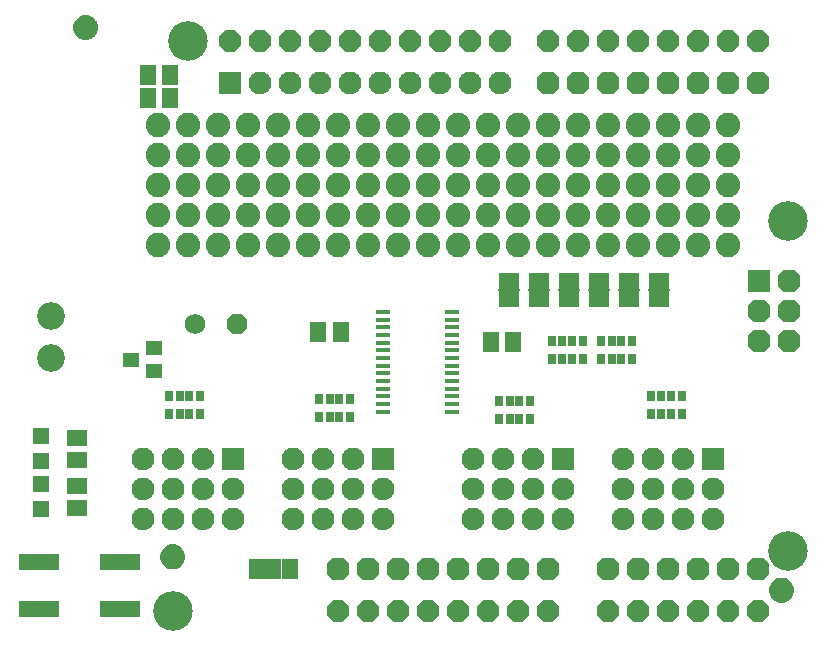
<source format=gbr>
G04 EAGLE Gerber RS-274X export*
G75*
%MOMM*%
%FSLAX34Y34*%
%LPD*%
%INSoldermask Top*%
%IPPOS*%
%AMOC8*
5,1,8,0,0,1.08239X$1,22.5*%
G01*
%ADD10C,3.352400*%
%ADD11R,1.143000X0.457200*%
%ADD12R,1.752600X1.320800*%
%ADD13R,1.828800X0.152400*%
%ADD14R,1.452400X1.652400*%
%ADD15C,2.336800*%
%ADD16R,1.422400X1.152400*%
%ADD17R,1.352400X1.352400*%
%ADD18R,1.652400X1.452400*%
%ADD19P,1.896997X8X22.500000*%
%ADD20C,1.752600*%
%ADD21R,1.930400X1.930400*%
%ADD22C,1.930400*%
%ADD23R,0.802400X0.952400*%
%ADD24R,0.652400X0.952400*%
%ADD25P,1.979475X8X22.500000*%
%ADD26P,2.089446X8X22.500000*%
%ADD27P,2.089446X8X292.500000*%
%ADD28P,2.089446X8X112.500000*%
%ADD29R,1.320800X1.752600*%
%ADD30R,3.352400X1.352400*%
%ADD31C,2.082800*%

G36*
X67822Y508680D02*
X67822Y508680D01*
X67865Y508692D01*
X67931Y508699D01*
X69614Y509150D01*
X69655Y509169D01*
X69718Y509188D01*
X71298Y509925D01*
X71335Y509951D01*
X71394Y509980D01*
X72822Y510980D01*
X72853Y511012D01*
X72906Y511051D01*
X74139Y512284D01*
X74164Y512320D01*
X74210Y512368D01*
X75210Y513796D01*
X75228Y513837D01*
X75265Y513892D01*
X76002Y515472D01*
X76013Y515515D01*
X76040Y515576D01*
X76491Y517259D01*
X76493Y517291D01*
X76500Y517312D01*
X76500Y517327D01*
X76510Y517368D01*
X76662Y519105D01*
X76658Y519149D01*
X76662Y519215D01*
X76510Y520952D01*
X76498Y520995D01*
X76491Y521061D01*
X76040Y522744D01*
X76021Y522785D01*
X76002Y522848D01*
X75265Y524428D01*
X75239Y524465D01*
X75210Y524524D01*
X74210Y525952D01*
X74178Y525983D01*
X74139Y526036D01*
X72906Y527269D01*
X72870Y527294D01*
X72822Y527340D01*
X71394Y528340D01*
X71353Y528358D01*
X71298Y528395D01*
X69718Y529132D01*
X69675Y529143D01*
X69614Y529170D01*
X67931Y529621D01*
X67886Y529624D01*
X67822Y529640D01*
X66085Y529792D01*
X66041Y529788D01*
X65975Y529792D01*
X64238Y529640D01*
X64195Y529628D01*
X64129Y529621D01*
X62446Y529170D01*
X62405Y529151D01*
X62342Y529132D01*
X60762Y528395D01*
X60725Y528369D01*
X60666Y528340D01*
X59238Y527340D01*
X59207Y527308D01*
X59154Y527269D01*
X57921Y526036D01*
X57896Y526000D01*
X57850Y525952D01*
X56850Y524524D01*
X56832Y524483D01*
X56795Y524428D01*
X56058Y522848D01*
X56047Y522805D01*
X56020Y522744D01*
X55569Y521061D01*
X55566Y521016D01*
X55550Y520952D01*
X55398Y519215D01*
X55402Y519171D01*
X55398Y519105D01*
X55550Y517368D01*
X55562Y517325D01*
X55566Y517291D01*
X55566Y517275D01*
X55568Y517270D01*
X55569Y517259D01*
X56020Y515576D01*
X56039Y515535D01*
X56058Y515472D01*
X56795Y513892D01*
X56821Y513855D01*
X56850Y513796D01*
X57850Y512368D01*
X57882Y512337D01*
X57921Y512284D01*
X59154Y511051D01*
X59190Y511026D01*
X59238Y510980D01*
X60666Y509980D01*
X60707Y509962D01*
X60762Y509925D01*
X62342Y509188D01*
X62385Y509177D01*
X62446Y509150D01*
X64129Y508699D01*
X64174Y508696D01*
X64238Y508680D01*
X65975Y508528D01*
X66019Y508532D01*
X66085Y508528D01*
X67822Y508680D01*
G37*
G36*
X141492Y60640D02*
X141492Y60640D01*
X141535Y60652D01*
X141601Y60659D01*
X143284Y61110D01*
X143325Y61129D01*
X143388Y61148D01*
X144968Y61885D01*
X145005Y61911D01*
X145064Y61940D01*
X146492Y62940D01*
X146523Y62972D01*
X146576Y63011D01*
X147809Y64244D01*
X147834Y64280D01*
X147880Y64328D01*
X148880Y65756D01*
X148898Y65797D01*
X148935Y65852D01*
X149672Y67432D01*
X149683Y67475D01*
X149710Y67536D01*
X150161Y69219D01*
X150163Y69251D01*
X150170Y69272D01*
X150170Y69287D01*
X150180Y69328D01*
X150332Y71065D01*
X150328Y71109D01*
X150332Y71175D01*
X150180Y72912D01*
X150168Y72955D01*
X150161Y73021D01*
X149710Y74704D01*
X149691Y74745D01*
X149672Y74808D01*
X148935Y76388D01*
X148909Y76425D01*
X148880Y76484D01*
X147880Y77912D01*
X147848Y77943D01*
X147809Y77996D01*
X146576Y79229D01*
X146540Y79254D01*
X146492Y79300D01*
X145064Y80300D01*
X145023Y80318D01*
X144968Y80355D01*
X143388Y81092D01*
X143345Y81103D01*
X143284Y81130D01*
X141601Y81581D01*
X141556Y81584D01*
X141492Y81600D01*
X139755Y81752D01*
X139711Y81748D01*
X139645Y81752D01*
X137908Y81600D01*
X137865Y81588D01*
X137799Y81581D01*
X136116Y81130D01*
X136075Y81111D01*
X136012Y81092D01*
X134432Y80355D01*
X134395Y80329D01*
X134336Y80300D01*
X132908Y79300D01*
X132877Y79268D01*
X132824Y79229D01*
X131591Y77996D01*
X131566Y77960D01*
X131520Y77912D01*
X130520Y76484D01*
X130502Y76443D01*
X130465Y76388D01*
X129728Y74808D01*
X129717Y74765D01*
X129690Y74704D01*
X129239Y73021D01*
X129236Y72976D01*
X129220Y72912D01*
X129068Y71175D01*
X129072Y71131D01*
X129068Y71065D01*
X129220Y69328D01*
X129232Y69285D01*
X129236Y69251D01*
X129236Y69235D01*
X129238Y69230D01*
X129239Y69219D01*
X129690Y67536D01*
X129709Y67495D01*
X129728Y67432D01*
X130465Y65852D01*
X130491Y65815D01*
X130520Y65756D01*
X131520Y64328D01*
X131552Y64297D01*
X131591Y64244D01*
X132824Y63011D01*
X132860Y62986D01*
X132908Y62940D01*
X134336Y61940D01*
X134377Y61922D01*
X134432Y61885D01*
X136012Y61148D01*
X136055Y61137D01*
X136116Y61110D01*
X137799Y60659D01*
X137844Y60656D01*
X137908Y60640D01*
X139645Y60488D01*
X139689Y60492D01*
X139755Y60488D01*
X141492Y60640D01*
G37*
G36*
X656962Y32380D02*
X656962Y32380D01*
X657005Y32392D01*
X657071Y32399D01*
X658754Y32850D01*
X658795Y32869D01*
X658858Y32888D01*
X660438Y33625D01*
X660475Y33651D01*
X660534Y33680D01*
X661962Y34680D01*
X661993Y34712D01*
X662046Y34751D01*
X663279Y35984D01*
X663304Y36020D01*
X663350Y36068D01*
X664350Y37496D01*
X664368Y37537D01*
X664405Y37592D01*
X665142Y39172D01*
X665153Y39215D01*
X665180Y39276D01*
X665631Y40959D01*
X665633Y40991D01*
X665640Y41012D01*
X665640Y41027D01*
X665650Y41068D01*
X665802Y42805D01*
X665798Y42849D01*
X665802Y42915D01*
X665650Y44652D01*
X665638Y44695D01*
X665631Y44761D01*
X665180Y46444D01*
X665161Y46485D01*
X665142Y46548D01*
X664405Y48128D01*
X664379Y48165D01*
X664350Y48224D01*
X663350Y49652D01*
X663318Y49683D01*
X663279Y49736D01*
X662046Y50969D01*
X662010Y50994D01*
X661962Y51040D01*
X660534Y52040D01*
X660493Y52058D01*
X660438Y52095D01*
X658858Y52832D01*
X658815Y52843D01*
X658754Y52870D01*
X657071Y53321D01*
X657026Y53324D01*
X656962Y53340D01*
X655225Y53492D01*
X655181Y53488D01*
X655115Y53492D01*
X653378Y53340D01*
X653335Y53328D01*
X653269Y53321D01*
X651586Y52870D01*
X651545Y52851D01*
X651482Y52832D01*
X649902Y52095D01*
X649865Y52069D01*
X649806Y52040D01*
X648378Y51040D01*
X648347Y51008D01*
X648294Y50969D01*
X647061Y49736D01*
X647036Y49700D01*
X646990Y49652D01*
X645990Y48224D01*
X645972Y48183D01*
X645935Y48128D01*
X645198Y46548D01*
X645187Y46505D01*
X645160Y46444D01*
X644709Y44761D01*
X644706Y44716D01*
X644690Y44652D01*
X644538Y42915D01*
X644542Y42871D01*
X644538Y42805D01*
X644690Y41068D01*
X644702Y41025D01*
X644706Y40991D01*
X644706Y40975D01*
X644708Y40970D01*
X644709Y40959D01*
X645160Y39276D01*
X645179Y39235D01*
X645198Y39172D01*
X645935Y37592D01*
X645961Y37555D01*
X645990Y37496D01*
X646990Y36068D01*
X647022Y36037D01*
X647061Y35984D01*
X648294Y34751D01*
X648330Y34726D01*
X648378Y34680D01*
X649806Y33680D01*
X649847Y33662D01*
X649902Y33625D01*
X651482Y32888D01*
X651525Y32877D01*
X651586Y32850D01*
X653269Y32399D01*
X653314Y32396D01*
X653378Y32380D01*
X655115Y32228D01*
X655159Y32232D01*
X655225Y32228D01*
X656962Y32380D01*
G37*
D10*
X152400Y508000D03*
X660400Y355600D03*
X660400Y76200D03*
X139700Y25400D03*
D11*
X317532Y278470D03*
X317532Y271970D03*
X317532Y265470D03*
X317532Y258970D03*
X317532Y252470D03*
X317532Y245970D03*
X317532Y239470D03*
X317532Y232970D03*
X375888Y232970D03*
X375888Y239470D03*
X375888Y245970D03*
X375888Y252470D03*
X375888Y258970D03*
X375888Y265470D03*
X375888Y271970D03*
X375888Y278470D03*
X317532Y226470D03*
X317532Y219970D03*
X375888Y226470D03*
X375888Y219970D03*
X317532Y213470D03*
X317532Y206970D03*
X317532Y200470D03*
X317532Y193970D03*
X375888Y193970D03*
X375888Y200470D03*
X375888Y206970D03*
X375888Y213470D03*
D12*
X551180Y304480D03*
X551180Y289240D03*
D13*
X551180Y296860D03*
D12*
X525780Y304480D03*
X525780Y289240D03*
D13*
X525780Y296860D03*
D12*
X500380Y304480D03*
X500380Y289240D03*
D13*
X500380Y296860D03*
D12*
X474980Y304480D03*
X474980Y289240D03*
D13*
X474980Y296860D03*
D12*
X449580Y304480D03*
X449580Y289240D03*
D13*
X449580Y296860D03*
D12*
X424180Y304480D03*
X424180Y289240D03*
D13*
X424180Y296860D03*
D14*
X281915Y261145D03*
X262915Y261145D03*
X408965Y252730D03*
X427965Y252730D03*
D15*
X36830Y239810D03*
X36830Y274810D03*
D16*
X104170Y238110D03*
X124170Y247610D03*
X124170Y228610D03*
D17*
X27940Y152060D03*
X27940Y173060D03*
D18*
X58420Y153060D03*
X58420Y172060D03*
D19*
X194310Y267970D03*
D20*
X158750Y267970D03*
D21*
X317500Y153670D03*
D22*
X317500Y128270D03*
X292100Y153670D03*
X292100Y128270D03*
X266700Y153670D03*
X266700Y128270D03*
X241300Y153670D03*
X241300Y128270D03*
X317500Y102870D03*
X292100Y102870D03*
X266700Y102870D03*
X241300Y102870D03*
D21*
X190500Y153670D03*
D22*
X190500Y128270D03*
X165100Y153670D03*
X165100Y128270D03*
X139700Y153670D03*
X139700Y128270D03*
X114300Y153670D03*
X114300Y128270D03*
X190500Y102870D03*
X165100Y102870D03*
X139700Y102870D03*
X114300Y102870D03*
D21*
X596900Y153670D03*
D22*
X596900Y128270D03*
X571500Y153670D03*
X571500Y128270D03*
X546100Y153670D03*
X546100Y128270D03*
X520700Y153670D03*
X520700Y128270D03*
X596900Y102870D03*
X571500Y102870D03*
X546100Y102870D03*
X520700Y102870D03*
D21*
X469900Y153670D03*
D22*
X469900Y128270D03*
X444500Y153670D03*
X444500Y128270D03*
X419100Y153670D03*
X419100Y128270D03*
X393700Y153670D03*
X393700Y128270D03*
X469900Y102870D03*
X444500Y102870D03*
X419100Y102870D03*
X393700Y102870D03*
D23*
X289860Y189350D03*
X289860Y204350D03*
D24*
X280860Y189350D03*
X272860Y189350D03*
D23*
X263860Y189350D03*
X263860Y204350D03*
D24*
X280860Y204350D03*
X272860Y204350D03*
D23*
X570530Y191890D03*
X570530Y206890D03*
D24*
X561530Y191890D03*
X553530Y191890D03*
D23*
X544530Y191890D03*
X544530Y206890D03*
D24*
X561530Y206890D03*
X553530Y206890D03*
D23*
X162860Y191890D03*
X162860Y206890D03*
D24*
X153860Y191890D03*
X145860Y191890D03*
D23*
X136860Y191890D03*
X136860Y206890D03*
D24*
X153860Y206890D03*
X145860Y206890D03*
D23*
X442260Y188080D03*
X442260Y203080D03*
D24*
X433260Y188080D03*
X425260Y188080D03*
D23*
X416260Y188080D03*
X416260Y203080D03*
D24*
X433260Y203080D03*
X425260Y203080D03*
D23*
X460710Y253880D03*
X460710Y238880D03*
D24*
X469710Y253880D03*
X477710Y253880D03*
D23*
X486710Y253880D03*
X486710Y238880D03*
D24*
X469710Y238880D03*
X477710Y238880D03*
D23*
X502620Y253880D03*
X502620Y238880D03*
D24*
X511620Y253880D03*
X519620Y253880D03*
D23*
X528620Y253880D03*
X528620Y238880D03*
D24*
X511620Y238880D03*
X519620Y238880D03*
D25*
X533400Y508000D03*
X508000Y25400D03*
X558800Y508000D03*
X584200Y508000D03*
X609600Y508000D03*
X635000Y508000D03*
X508000Y508000D03*
X482600Y508000D03*
X457200Y508000D03*
X416560Y508000D03*
X391160Y508000D03*
X365760Y508000D03*
X340360Y508000D03*
X314960Y508000D03*
X289560Y508000D03*
X264160Y508000D03*
X238760Y508000D03*
X533400Y25400D03*
X558800Y25400D03*
X584200Y25400D03*
X609600Y25400D03*
X635000Y25400D03*
X457200Y25400D03*
X431800Y25400D03*
X406400Y25400D03*
X381000Y25400D03*
X355600Y25400D03*
X330200Y25400D03*
X213360Y508000D03*
X187960Y508000D03*
X304800Y25400D03*
X279400Y25400D03*
D26*
X661670Y279400D03*
X636270Y279400D03*
D21*
X636270Y304800D03*
D26*
X661670Y304800D03*
X661670Y254000D03*
X636270Y254000D03*
D27*
X457200Y60960D03*
X431800Y60960D03*
X406400Y60960D03*
X381000Y60960D03*
X355600Y60960D03*
X330200Y60960D03*
X304800Y60960D03*
X279400Y60960D03*
D28*
X457200Y472440D03*
X482600Y472440D03*
X508000Y472440D03*
X533400Y472440D03*
X558800Y472440D03*
X584200Y472440D03*
X609600Y472440D03*
X635000Y472440D03*
D21*
X187960Y472440D03*
D22*
X213360Y472440D03*
X238760Y472440D03*
X264160Y472440D03*
X289560Y472440D03*
X314960Y472440D03*
X340360Y472440D03*
X365760Y472440D03*
X391160Y472440D03*
X416560Y472440D03*
D27*
X635000Y60960D03*
X609600Y60960D03*
X584200Y60960D03*
X558800Y60960D03*
X533400Y60960D03*
X508000Y60960D03*
D14*
X137770Y478790D03*
X118770Y478790D03*
X137770Y459740D03*
X118770Y459740D03*
D29*
X238760Y60960D03*
X210820Y60960D03*
X224790Y60960D03*
D17*
X27940Y111420D03*
X27940Y132420D03*
D18*
X58420Y112420D03*
X58420Y131420D03*
D30*
X94960Y26990D03*
X26960Y26990D03*
X26960Y66990D03*
X94960Y66990D03*
D31*
X152400Y360680D03*
X152400Y335280D03*
X177800Y335280D03*
X177800Y360680D03*
X177800Y386080D03*
X152400Y386080D03*
X152400Y411480D03*
X177800Y411480D03*
X177800Y436880D03*
X152400Y436880D03*
X203200Y436880D03*
X203200Y411480D03*
X203200Y386080D03*
X203200Y360680D03*
X203200Y335280D03*
X228600Y335280D03*
X228600Y360680D03*
X228600Y386080D03*
X228600Y411480D03*
X228600Y436880D03*
X254000Y436880D03*
X254000Y411480D03*
X254000Y386080D03*
X254000Y360680D03*
X254000Y335280D03*
X279400Y335280D03*
X279400Y360680D03*
X279400Y386080D03*
X279400Y411480D03*
X279400Y436880D03*
X304800Y436880D03*
X304800Y411480D03*
X304800Y386080D03*
X304800Y360680D03*
X304800Y335280D03*
X330200Y335280D03*
X330200Y360680D03*
X330200Y386080D03*
X330200Y411480D03*
X330200Y436880D03*
X355600Y436880D03*
X381000Y436880D03*
X406400Y436880D03*
X431800Y436880D03*
X457200Y436880D03*
X482600Y436880D03*
X508000Y436880D03*
X533400Y411480D03*
X558800Y411480D03*
X584200Y411480D03*
X609600Y411480D03*
X609600Y335280D03*
X609600Y360680D03*
X609600Y386080D03*
X584200Y386080D03*
X584200Y360680D03*
X584200Y335280D03*
X558800Y335280D03*
X558800Y360680D03*
X558800Y386080D03*
X533400Y386080D03*
X533400Y360680D03*
X533400Y335280D03*
X508000Y335280D03*
X508000Y360680D03*
X508000Y386080D03*
X508000Y411480D03*
X482600Y411480D03*
X482600Y386080D03*
X482600Y360680D03*
X482600Y335280D03*
X457200Y335280D03*
X457200Y360680D03*
X457200Y386080D03*
X457200Y411480D03*
X431800Y411480D03*
X431800Y386080D03*
X431800Y360680D03*
X431800Y335280D03*
X406400Y335280D03*
X406400Y360680D03*
X406400Y386080D03*
X406400Y411480D03*
X381000Y411480D03*
X381000Y386080D03*
X381000Y360680D03*
X381000Y335280D03*
X355600Y335280D03*
X355600Y360680D03*
X355600Y386080D03*
X355600Y411480D03*
X533400Y436880D03*
X558800Y436880D03*
X584200Y436880D03*
X609600Y436880D03*
X127000Y335280D03*
X127000Y360680D03*
X127000Y386080D03*
X127000Y411480D03*
X127000Y436880D03*
M02*

</source>
